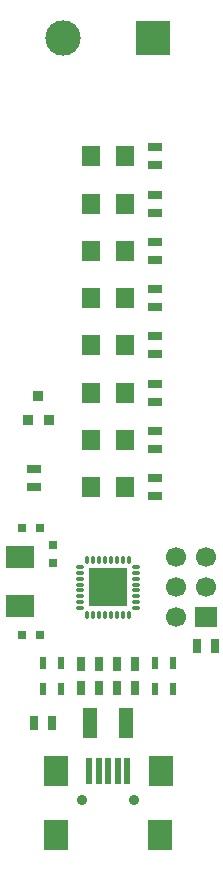
<source format=gts>
G04 (created by PCBNEW (2013-mar-13)-testing) date Sun 16 Jun 2013 12:52:20 AM NZST*
%MOIN*%
G04 Gerber Fmt 3.4, Leading zero omitted, Abs format*
%FSLAX34Y34*%
G01*
G70*
G90*
G04 APERTURE LIST*
%ADD10C,0.005906*%
%ADD11O,0.013780X0.031496*%
%ADD12O,0.031496X0.013780*%
%ADD13R,0.125984X0.125984*%
%ADD14R,0.074800X0.066900*%
%ADD15C,0.066900*%
%ADD16R,0.031500X0.025000*%
%ADD17R,0.025000X0.031500*%
%ADD18C,0.035400*%
%ADD19R,0.078700X0.098400*%
%ADD20R,0.019700X0.090600*%
%ADD21R,0.118100X0.118100*%
%ADD22C,0.118100*%
%ADD23R,0.025000X0.045000*%
%ADD24R,0.045000X0.025000*%
%ADD25R,0.094488X0.074803*%
%ADD26R,0.036000X0.036000*%
%ADD27R,0.050000X0.100000*%
%ADD28R,0.023600X0.039400*%
%ADD29R,0.062900X0.070900*%
G04 APERTURE END LIST*
G54D10*
G54D11*
X30807Y-39035D03*
G54D12*
X30570Y-39271D03*
X30570Y-39468D03*
X30570Y-39665D03*
X30570Y-39862D03*
X30570Y-40059D03*
X30570Y-40255D03*
X30570Y-40452D03*
X30570Y-40649D03*
G54D11*
X30807Y-40885D03*
X31003Y-40885D03*
X31200Y-40885D03*
X31397Y-40885D03*
X31594Y-40885D03*
X31791Y-40885D03*
X31988Y-40885D03*
X32185Y-40885D03*
G54D12*
X32421Y-40649D03*
X32421Y-40649D03*
X32421Y-40452D03*
X32421Y-40255D03*
X32421Y-40059D03*
X32421Y-39862D03*
X32421Y-39665D03*
X32421Y-39468D03*
X32421Y-39271D03*
G54D11*
X32185Y-39035D03*
X31988Y-39035D03*
X31791Y-39035D03*
X31594Y-39035D03*
X31397Y-39035D03*
X31200Y-39035D03*
X31003Y-39035D03*
X30807Y-39035D03*
G54D13*
X31496Y-39960D03*
G54D14*
X34751Y-40960D03*
G54D15*
X33751Y-40960D03*
X34751Y-39960D03*
X33751Y-39960D03*
X34751Y-38960D03*
X33751Y-38960D03*
G54D16*
X29645Y-39138D03*
X29645Y-38538D03*
G54D17*
X29237Y-41535D03*
X28637Y-41535D03*
X29237Y-37992D03*
X28637Y-37992D03*
G54D18*
X32362Y-47047D03*
X30630Y-47047D03*
G54D19*
X33228Y-48228D03*
X29744Y-48228D03*
X33248Y-46063D03*
X29744Y-46063D03*
G54D20*
X31496Y-46063D03*
X31181Y-46063D03*
X30866Y-46063D03*
X31811Y-46063D03*
X32126Y-46063D03*
G54D21*
X32992Y-21653D03*
G54D22*
X30000Y-21653D03*
G54D23*
X32386Y-43307D03*
X31786Y-43307D03*
X30605Y-43307D03*
X31205Y-43307D03*
X29630Y-44488D03*
X29030Y-44488D03*
X31786Y-42519D03*
X32386Y-42519D03*
X31205Y-42519D03*
X30605Y-42519D03*
X34444Y-41909D03*
X35044Y-41909D03*
G54D24*
X29015Y-35999D03*
X29015Y-36599D03*
X33070Y-25290D03*
X33070Y-25890D03*
X33070Y-26865D03*
X33070Y-27465D03*
X33070Y-28440D03*
X33070Y-29040D03*
X33070Y-30014D03*
X33070Y-30614D03*
X33070Y-31589D03*
X33070Y-32189D03*
X33070Y-33164D03*
X33070Y-33764D03*
X33070Y-34739D03*
X33070Y-35339D03*
X33070Y-36314D03*
X33070Y-36914D03*
G54D25*
X28543Y-40570D03*
X28543Y-38956D03*
G54D26*
X29523Y-34376D03*
X28823Y-34376D03*
X29173Y-33576D03*
G54D27*
X30896Y-44488D03*
X32096Y-44488D03*
G54D28*
X29921Y-42480D03*
X29921Y-43346D03*
X29330Y-42480D03*
X29330Y-43346D03*
X33070Y-42480D03*
X33070Y-43346D03*
X33661Y-42480D03*
X33661Y-43346D03*
G54D29*
X32055Y-36614D03*
X30937Y-36614D03*
X32055Y-35039D03*
X30937Y-35039D03*
X32055Y-33464D03*
X30937Y-33464D03*
X32055Y-31889D03*
X30937Y-31889D03*
X32055Y-30314D03*
X30937Y-30314D03*
X32055Y-28740D03*
X30937Y-28740D03*
X32055Y-27165D03*
X30937Y-27165D03*
X32055Y-25590D03*
X30937Y-25590D03*
M02*

</source>
